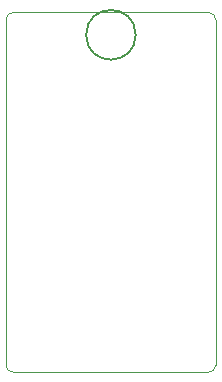
<source format=gbr>
%TF.GenerationSoftware,KiCad,Pcbnew,5.1.6+dfsg1-1~bpo10+1*%
%TF.CreationDate,Date%
%TF.ProjectId,ProMicro_POS,50726f4d-6963-4726-9f5f-504f532e6b69,v3.2*%
%TF.SameCoordinates,Original*%
%TF.FileFunction,Other,Comment*%
%FSLAX45Y45*%
G04 Gerber Fmt 4.5, Leading zero omitted, Abs format (unit mm)*
G04 Created by KiCad*
%MOMM*%
%LPD*%
G01*
G04 APERTURE LIST*
%TA.AperFunction,Profile*%
%ADD10C,0.100000*%
%TD*%
%ADD11C,0.150000*%
G04 APERTURE END LIST*
D10*
X127000Y2857500D02*
X127000Y-63500D01*
X-1587500Y-127000D02*
G75*
G02*
X-1651000Y-63500I0J63500D01*
G01*
X-1651000Y2857500D02*
G75*
G02*
X-1587500Y2921000I63500J0D01*
G01*
X63500Y2921000D02*
G75*
G02*
X127000Y2857500I0J-63500D01*
G01*
X127000Y-63500D02*
G75*
G02*
X63500Y-127000I-63500J0D01*
G01*
X-1587500Y2921000D02*
X63500Y2921000D01*
X-1651000Y-63500D02*
X-1651000Y2857500D01*
X63500Y-127000D02*
X-1587500Y-127000D01*
D11*
X-552000Y2730500D02*
G75*
G03*
X-552000Y2730500I-210000J0D01*
G01*
M02*

</source>
